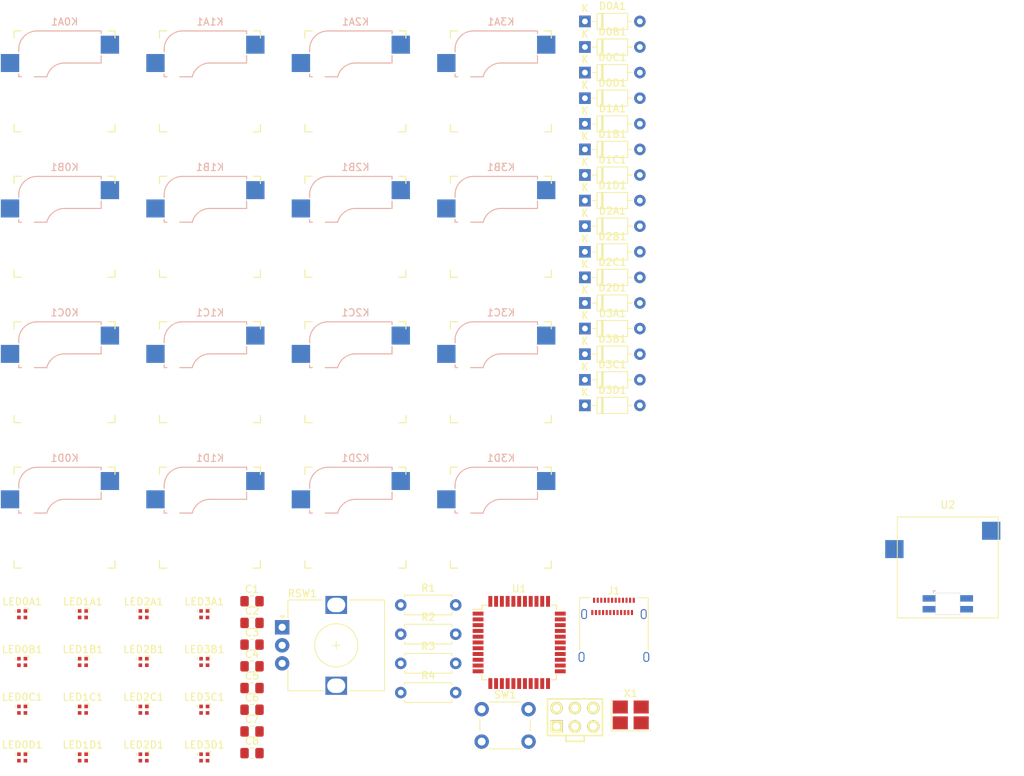
<source format=kicad_pcb>
(kicad_pcb (version 20221018) (generator pcbnew)
  (layers (0 "F.Cu" signal) (31 "B.Cu" signal) (34 "B.Paste" user) (35 "F.Paste" user) (36 "B.SilkS" user "B.Silkscreen") (37 "F.SilkS" user "F.Silkscreen") (38 "B.Mask" user) (39 "F.Mask" user) (44 "Edge.Cuts" user))
  (net 0 "")
  (net 1 "Net-(U1-XTAL1)")
  (net 2 "GND")
  (net 3 "Net-(U1-XTAL2)")
  (net 4 "VCC")
  (net 5 "Net-(U1-UCap)")
  (net 6 "/rowA")
  (net 7 "Net-(D0A1-A)")
  (net 8 "/rowB")
  (net 9 "Net-(D0B1-A)")
  (net 10 "/rowC")
  (net 11 "Net-(D0C1-A)")
  (net 12 "/rowD")
  (net 13 "Net-(D0D1-A)")
  (net 14 "Net-(D1A1-A)")
  (net 15 "Net-(D1B1-A)")
  (net 16 "Net-(D1C1-A)")
  (net 17 "Net-(D1D1-A)")
  (net 18 "Net-(D2A1-A)")
  (net 19 "Net-(D2B1-A)")
  (net 20 "Net-(D2C1-A)")
  (net 21 "Net-(D2D1-A)")
  (net 22 "Net-(D3A1-A)")
  (net 23 "Net-(D3B1-A)")
  (net 24 "Net-(D3C1-A)")
  (net 25 "Net-(D3D1-A)")
  (net 28 "Net-(J1-CC1)")
  (net 29 "Net-(U1-D+)")
  (net 30 "Net-(U1-D-)")
  (net 36 "Net-(J1-CC2)")
  (net 40 "/MISO")
  (net 41 "/SCK")
  (net 42 "/MOSI")
  (net 43 "/RESET")
  (net 44 "/col0")
  (net 45 "/col1")
  (net 46 "/col2")
  (net 47 "/col3")
  (net 48 "/led0")
  (net 49 "Net-(LED0A1-DOUT)")
  (net 50 "Net-(LED0B1-DIN)")
  (net 51 "Net-(LED0B1-DOUT)")
  (net 52 "Net-(LED0C1-DIN)")
  (net 53 "Net-(LED0C1-DOUT)")
  (net 54 "Net-(LED0D1-DIN)")
  (net 55 "Net-(LED0D1-DOUT)")
  (net 56 "Net-(LED1A1-DOUT)")
  (net 57 "Net-(LED1B1-DOUT)")
  (net 58 "Net-(LED1C1-DOUT)")
  (net 59 "Net-(LED1D1-DOUT)")
  (net 60 "Net-(LED2A1-DOUT)")
  (net 61 "Net-(LED2B1-DOUT)")
  (net 62 "Net-(LED2C1-DOUT)")
  (net 63 "Net-(LED2D1-DOUT)")
  (net 65 "Net-(U1-~{HWB{slash}PE2})")
  (net 66 "/rotA")
  (net 67 "/rotB")
  (footprint "Diode_THT:D_DO-35_SOD27_P7.62mm_Horizontal" (layer "F.Cu") (at 119.795 91.11)
    (fp_text reference "D3D1" (at 3.81 -2.12) (layer "F.SilkS"))
    (fp_text value "D")
    (fp_text user "K" (at 0 -1.8) (layer "F.SilkS"))
    (pad "1" thru_hole rect (at 0 0) (size 1.6 1.6) (drill 0.8) (layers "*.Cu" "*.Mask") (net 12 "/rowD"))
    (pad "2" thru_hole oval (at 7.62 0) (size 1.6 1.6) (drill 0.8) (layers "*.Cu" "*.Mask") (net 25 "Net-(D3D1-A)"))
  )
  (footprint "Connector_USB:USB_C_Receptacle_Amphenol_12401610E4-2A" (layer "F.Cu") (at 123.815 123.16)
    (fp_text reference "J1" (at 0 -6.36) (layer "F.SilkS"))
    (fp_text value "USB_C_Receptacle")
    (pad "" np_thru_hole circle (at -3.6 -4.36) (size 0.65 0.65) (drill 0.65) (layers "*.Cu" "*.Mask"))
    (pad "" np_thru_hole oval (at 3.6 -4.36) (size 0.95 0.65) (drill oval 0.95 0.65) (layers "*.Cu" "*.Mask"))
    (pad "A1" smd rect (at -2.75 -5.02) (size 0.3 0.7) (layers "F.Cu" "F.Paste" "F.Mask") (net 2 "GND"))
    (pad "A2" smd rect (at -2.25 -5.02) (size 0.3 0.7) (layers "F.Cu" "F.Paste" "F.Mask"))
    (pad "A3" smd rect (at -1.75 -5.02) (size 0.3 0.7) (layers "F.Cu" "F.Paste" "F.Mask"))
    (pad "A4" smd rect (at -1.25 -5.02) (size 0.3 0.7) (layers "F.Cu" "F.Paste" "F.Mask") (net 4 "VCC"))
    (pad "A5" smd rect (at -0.75 -5.02) (size 0.3 0.7) (layers "F.Cu" "F.Paste" "F.Mask") (net 28 "Net-(J1-CC1)"))
    (pad "A6" smd rect (at -0.25 -5.02) (size 0.3 0.7) (layers "F.Cu" "F.Paste" "F.Mask") (net 29 "Net-(U1-D+)"))
    (pad "A7" smd rect (at 0.25 -5.02) (size 0.3 0.7) (layers "F.Cu" "F.Paste" "F.Mask") (net 30 "Net-(U1-D-)"))
    (pad "A8" smd rect (at 0.75 -5.02) (size 0.3 0.7) (layers "F.Cu" "F.Paste" "F.Mask"))
    (pad "A9" smd rect (at 1.25 -5.02) (size 0.3 0.7) (layers "F.Cu" "F.Paste" "F.Mask") (net 4 "VCC"))
    (pad "A10" smd rect (at 1.75 -5.02) (size 0.3 0.7) (layers "F.Cu" "F.Paste" "F.Mask"))
    (pad "A11" smd rect (at 2.25 -5.02) (size 0.3 0.7) (layers "F.Cu" "F.Paste" "F.Mask"))
    (pad "A12" smd rect (at 2.75 -5.02) (size 0.3 0.7) (layers "F.Cu" "F.Paste" "F.Mask") (net 2 "GND"))
    (pad "B1" smd rect (at 2.5 -3.32) (size 0.3 0.7) (layers "F.Cu" "F.Paste" "F.Mask") (net 2 "GND"))
    (pad "B2" smd rect (at 2 -3.32) (size 0.3 0.7) (layers "F.Cu" "F.Paste" "F.Mask"))
    (pad "B3" smd rect (at 1.5 -3.32) (size 0.3 0.7) (layers "F.Cu" "F.Paste" "F.Mask"))
    (pad "B4" smd rect (at 1 -3.32) (size 0.3 0.7) (layers "F.Cu" "F.Paste" "F.Mask") (net 4 "VCC"))
    (pad "B5" smd rect (at 0.5 -3.32) (size 0.3 0.7) (layers "F.Cu" "F.Paste" "F.Mask") (net 36 "Net-(J1-CC2)"))
    (pad "B6" smd rect (at 0 -3.32) (size 0.3 0.7) (layers "F.Cu" "F.Paste" "F.Mask") (net 29 "Net-(U1-D+)"))
    (pad "B7" smd rect (at -0.5 -3.32) (size 0.3 0.7) (layers "F.Cu" "F.Paste" "F.Mask") (net 30 "Net-(U1-D-)"))
    (pad "B8" smd rect (at -1 -3.32) (size 0.3 0.7) (layers "F.Cu" "F.Paste" "F.Mask"))
    (pad "B9" smd rect (at -1.5 -3.32) (size 0.3 0.7) (layers "F.Cu" "F.Paste" "F.Mask") (net 4 "VCC"))
    (pad "B10" smd rect (at -2 -3.32) (size 0.3 0.7) (layers "F.Cu" "F.Paste" "F.Mask"))
    (pad "B11" smd rect (at -2.5 -3.32) (size 0.3 0.7) (layers "F.Cu" "F.Paste" "F.Mask"))
    (pad "B12" smd rect (at -3 -3.32) (size 0.3 0.7) (layers "F.Cu" "F.Paste" "F.Mask") (net 2 "GND"))
    (pad "S1" thru_hole oval (at -4.49 2.84) (size 0.8 1.4) (drill oval 0.5 1.1) (layers "*.Cu" "*.Mask") (net 2 "GND"))
    (pad "S1" thru_hole oval (at -4.13 -3.11) (size 0.8 1.4) (drill oval 0.5 1.1) (layers "*.Cu" "*.Mask") (net 2 "GND"))
    (pad "S1" thru_hole oval (at 4.13 -3.11) (size 0.8 1.4) (drill oval 0.5 1.1) (layers "*.Cu" "*.Mask") (net 2 "GND"))
    (pad "S1" thru_hole oval (at 4.49 2.84) (size 0.8 1.4) (drill oval 0.5 1.1) (layers "*.Cu" "*.Mask") (net 2 "GND"))
  )
  (footprint "LED_SMD:LED_SK6812_EC15_1.5x1.5mm" (layer "F.Cu") (at 41.75 133.315)
    (fp_text reference "LED0C1" (at 0 -1.75) (layer "F.SilkS"))
    (fp_text value "SK6812")
    (fp_text user "1" (at -0.925 -0.45) (layer "F.SilkS") (effects (font (size 0.3 0.3) (thickness 0.075))))
    (pad "1" smd rect (at -0.45 -0.45) (size 0.5 0.5) (layers "F.Cu" "F.Paste" "F.Mask") (net 2 "GND"))
    (pad "2" smd rect (at -0.45 0.45) (size 0.5 0.5) (layers "F.Cu" "F.Paste" "F.Mask") (net 52 "Net-(LED0C1-DIN)"))
    (pad "3" smd rect (at 0.45 0.45) (size 0.5 0.5) (layers "F.Cu" "F.Paste" "F.Mask") (net 4 "VCC"))
    (pad "4" smd rect (at 0.45 -0.45) (size 0.5 0.5) (layers "F.Cu" "F.Paste" "F.Mask") (net 53 "Net-(LED0C1-DOUT)"))
  )
  (footprint "LED_SMD:LED_SK6812_EC15_1.5x1.5mm" (layer "F.Cu") (at 67.01 126.695)
    (fp_text reference "LED3B1" (at 0 -1.75) (layer "F.SilkS"))
    (fp_text value "SK6812")
    (fp_text user "1" (at -0.925 -0.45) (layer "F.SilkS") (effects (font (size 0.3 0.3) (thickness 0.075))))
    (pad "1" smd rect (at -0.45 -0.45) (size 0.5 0.5) (layers "F.Cu" "F.Paste" "F.Mask") (net 2 "GND"))
    (pad "2" smd rect (at -0.45 0.45) (size 0.5 0.5) (layers "F.Cu" "F.Paste" "F.Mask") (net 61 "Net-(LED2B1-DOUT)"))
    (pad "3" smd rect (at 0.45 0.45) (size 0.5 0.5) (layers "F.Cu" "F.Paste" "F.Mask") (net 4 "VCC"))
    (pad "4" smd rect (at 0.45 -0.45) (size 0.5 0.5) (layers "F.Cu" "F.Paste" "F.Mask") (net 52 "Net-(LED0C1-DIN)"))
  )
  (footprint "Package_QFP:TQFP-44_10x10mm_P0.8mm" (layer "F.Cu") (at 110.675 123.99)
    (fp_text reference "U1" (at 0 -7.45) (layer "F.SilkS"))
    (fp_text value "ATMEGA32U4")
    (pad "1" smd rect (at -5.7 -4) (size 1.5 0.55) (layers "F.Cu" "F.Paste" "F.Mask"))
    (pad "2" smd rect (at -5.7 -3.2) (size 1.5 0.55) (layers "F.Cu" "F.Paste" "F.Mask") (net 4 "VCC"))
    (pad "3" smd rect (at -5.7 -2.4) (size 1.5 0.55) (layers "F.Cu" "F.Paste" "F.Mask") (net 30 "Net-(U1-D-)"))
    (pad "4" smd rect (at -5.7 -1.6) (size 1.5 0.55) (layers "F.Cu" "F.Paste" "F.Mask") (net 29 "Net-(U1-D+)"))
    (pad "5" smd rect (at -5.7 -0.8) (size 1.5 0.55) (layers "F.Cu" "F.Paste" "F.Mask") (net 2 "GND"))
    (pad "6" smd rect (at -5.7 0) (size 1.5 0.55) (layers "F.Cu" "F.Paste" "F.Mask") (net 5 "Net-(U1-UCap)"))
    (pad "7" smd rect (at -5.7 0.8) (size 1.5 0.55) (layers "F.Cu" "F.Paste" "F.Mask") (net 4 "VCC"))
    (pad "8" smd rect (at -5.7 1.6) (size 1.5 0.55) (layers "F.Cu" "F.Paste" "F.Mask"))
    (pad "9" smd rect (at -5.7 2.4) (size 1.5 0.55) (layers "F.Cu" "F.Paste" "F.Mask") (net 41 "/SCK"))
    (pad "10" smd rect (at -5.7 3.2) (size 1.5 0.55) (layers "F.Cu" "F.Paste" "F.Mask") (net 42 "/MOSI"))
    (pad "11" smd rect (at -5.7 4) (size 1.5 0.55) (layers "F.Cu" "F.Paste" "F.Mask") (net 40 "/MISO"))
    (pad "12" smd rect (at -4 5.7 90) (size 1.5 0.55) (layers "F.Cu" "F.Paste" "F.Mask"))
    (pad "13" smd rect (at -3.2 5.7 90) (size 1.5 0.55) (layers "F.Cu" "F.Paste" "F.Mask") (net 43 "/RESET"))
    (pad "14" smd rect (at -2.4 5.7 90) (size 1.5 0.55) (layers "F.Cu" "F.Paste" "F.Mask") (net 4 "VCC"))
    (pad "15" smd rect (at -1.6 5.7 90) (size 1.5 0.55) (layers "F.Cu" "F.Paste" "F.Mask") (net 2 "GND"))
    (pad "16" smd rect (at -0.8 5.7 90) (size 1.5 0.55) (layers "F.Cu" "F.Paste" "F.Mask") (net 1 "Net-(U1-XTAL1)"))
    (pad "17" smd rect (at 0 5.7 90) (size 1.5 0.55) (layers "F.Cu" "F.Paste" "F.Mask") (net 3 "Net-(U1-XTAL2)"))
    (pad "18" smd rect (at 0.8 5.7 90) (size 1.5 0.55) (layers "F.Cu" "F.Paste" "F.Mask"))
    (pad "19" smd rect (at 1.6 5.7 90) (size 1.5 0.55) (layers "F.Cu" "F.Paste" "F.Mask"))
    (pad "20" smd rect (at 2.4 5.7 90) (size 1.5 0.55) (layers "F.Cu" "F.Paste" "F.Mask"))
    (pad "21" smd rect (at 3.2 5.7 90) (size 1.5 0.55) (layers "F.Cu" "F.Paste" "F.Mask"))
    (pad "22" smd rect (at 4 5.7 90) (size 1.5 0.55) (layers "F.Cu" "F.Paste" "F.Mask"))
    (pad "23" smd rect (at 5.7 4) (size 1.5 0.55) (layers "F.Cu" "F.Paste" "F.Mask") (net 2 "GND"))
    (pad "24" smd rect (at 5.7 3.2) (size 1.5 0.55) (layers "F.Cu" "F.Paste" "F.Mask") (net 4 "VCC"))
    (pad "25" smd rect (at 5.7 2.4) (size 1.5 0.55) (layers "F.Cu" "F.Paste" "F.Mask"))
    (pad "26" smd rect (at 5.7 1.6) (size 1.5 0.55) (layers "F.Cu" "F.Paste" "F.Mask"))
    (pad "27" smd rect (at 5.7 0.8) (size 1.5 0.55) (layers "F.Cu" "F.Paste" "F.Mask"))
    (pad "28" smd rect (at 5.7 0) (size 1.5 0.55) (layers "F.Cu" "F.Paste" "F.Mask") (net 48 "/led0"))
    (pad "29" smd rect (at 5.7 -0.8) (size 1.5 0.55) (layers "F.Cu" "F.Paste" "F.Mask") (net 47 "/col3"))
    (pad "30" smd rect (at 5.7 -1.6) (size 1.5 0.55) (layers "F.Cu" "F.Paste" "F.Mask") (net 46 "/col2"))
    (pad "31" smd rect (at 5.7 -2.4) (size 1.5 0.55) (layers "F.Cu" "F.Paste" "F.Mask") (net 45 "/col1"))
    (pad "32" smd rect (at 5.7 -3.2) (size 1.5 0.55) (layers "F.Cu" "F.Paste" "F.Mask") (net 44 "/col0"))
    (pad "33" smd rect (at 5.7 -4) (size 1.5 0.55) (layers "F.Cu" "F.Paste" "F.Mask") (net 65 "Net-(U1-~{HWB{slash}PE2})"))
    (pad "34" smd rect (at 4 -5.7 90) (size 1.5 0.55) (layers "F.Cu" "F.Paste" "F.Mask") (net 4 "VCC"))
    (pad "35" smd rect (at 3.2 -5.7 90) (size 1.5 0.55) (layers "F.Cu" "F.Paste" "F.Mask") (net 2 "GND"))
    (pad "36" smd rect (at 2.4 -5.7 90) (size 1.5 0.55) (layers "F.Cu" "F.Paste" "F.Mask") (net 67 "/rotB"))
    (pad "37" smd rect (at 1.6 -5.7 90) (size 1.5 0.55) (layers "F.Cu" "F.Paste" "F.Mask") (net 66 "/rotA"))
    (pad "38" smd rect (at 0.8 -5.7 90) (size 1.5 0.55) (layers "F.Cu" "F.Paste" "F.Mask") (net 12 "/rowD"))
    (pad "39" smd rect (at 0 -5.7 90) (size 1.5 0.55) (layers "F.Cu" "F.Paste" "F.Mask") (net 10 "/rowC"))
    (pad "40" smd rect (at -0.8 -5.7 90) (size 1.5 0.55) (layers "F.Cu" "F.Paste" "F.Mask") (net 8 "/rowB"))
    (pad "41" smd rect (at -1.6 -5.7 90) (size 1.5 0.55) (layers "F.Cu" "F.Paste" "F.Mask") (net 6 "/rowA"))
    (pad "42" smd rect (at -2.4 -5.7 90) (size 1.5 0.55) (layers "F.Cu" "F.Paste" "F.Mask"))
    (pad "43" smd rect (at -3.2 -5.7 90) (size 1.5 0.55) (layers "F.Cu" "F.Paste" "F.Mask") (net 2 "GND"))
    (pad "44" smd rect (at -4 -5.7 90) (size 1.5 0.55) (layers "F.Cu" "F.Paste" "F.Mask") (net 4 "VCC"))
  )
  (footprint "Diode_THT:D_DO-35_SOD27_P7.62mm_Horizontal" (layer "F.Cu") (at 119.795 87.56)
    (fp_text reference "D3C1" (at 3.81 -2.12) (layer "F.SilkS"))
    (fp_text value "D")
    (fp_text user "K" (at 0 -1.8) (layer "F.SilkS"))
    (pad "1" thru_hole rect (at 0 0) (size 1.6 1.6) (drill 0.8) (layers "*.Cu" "*.Mask") (net 10 "/rowC"))
    (pad "2" thru_hole oval (at 7.62 0) (size 1.6 1.6) (drill 0.8) (layers "*.Cu" "*.Mask") (net 24 "Net-(D3C1-A)"))
  )
  (footprint "Diode_THT:D_DO-35_SOD27_P7.62mm_Horizontal" (layer "F.Cu") (at 119.795 80.46)
    (fp_text reference "D3A1" (at 3.81 -2.12) (layer "F.SilkS"))
    (fp_text value "D")
    (fp_text user "K" (at 0 -1.8) (layer "F.SilkS"))
    (pad "1" thru_hole rect (at 0 0) (size 1.6 1.6) (drill 0.8) (layers "*.Cu" "*.Mask") (net 6 "/rowA"))
    (pad "2" thru_hole oval (at 7.62 0) (size 1.6 1.6) (drill 0.8) (layers "*.Cu" "*.Mask") (net 22 "Net-(D3A1-A)"))
  )
  (footprint "LED_SMD:LED_SK6812_EC15_1.5x1.5mm" (layer "F.Cu") (at 58.59 133.315)
    (fp_text reference "LED2C1" (at 0 -1.75) (layer "F.SilkS"))
    (fp_text value "SK6812")
    (fp_text user "1" (at -0.925 -0.45) (layer "F.SilkS") (effects (font (size 0.3 0.3) (thickness 0.075))))
    (pad "1" smd rect (at -0.45 -0.45) (size 0.5 0.5) (layers "F.Cu" "F.Paste" "F.Mask") (net 2 "GND"))
    (pad "2" smd rect (at -0.45 0.45) (size 0.5 0.5) (layers "F.Cu" "F.Paste" "F.Mask") (net 58 "Net-(LED1C1-DOUT)"))
    (pad "3" smd rect (at 0.45 0.45) (size 0.5 0.5) (layers "F.Cu" "F.Paste" "F.Mask") (net 4 "VCC"))
    (pad "4" smd rect (at 0.45 -0.45) (size 0.5 0.5) (layers "F.Cu" "F.Paste" "F.Mask") (net 62 "Net-(LED2C1-DOUT)"))
  )
  (footprint "LED_SMD:LED_SK6812_EC15_1.5x1.5mm" (layer "F.Cu") (at 67.01 139.935)
    (fp_text reference "LED3D1" (at 0 -1.75) (layer "F.SilkS"))
    (fp_text value "SK6812")
    (fp_text user "1" (at -0.925 -0.45) (layer "F.SilkS") (effects (font (size 0.3 0.3) (thickness 0.075))))
    (pad "1" smd rect (at -0.45 -0.45) (size 0.5 0.5) (layers "F.Cu" "F.Paste" "F.Mask") (net 2 "GND"))
    (pad "2" smd rect (at -0.45 0.45) (size 0.5 0.5) (layers "F.Cu" "F.Paste" "F.Mask") (net 63 "Net-(LED2D1-DOUT)"))
    (pad "3" smd rect (at 0.45 0.45) (size 0.5 0.5) (layers "F.Cu" "F.Paste" "F.Mask") (net 4 "VCC"))
    (pad "4" smd rect (at 0.45 -0.45) (size 0.5 0.5) (layers "F.Cu" "F.Paste" "F.Mask"))
  )
  (footprint "Capacitor_SMD:C_0805_2012Metric_Pad1.18x1.45mm_HandSolder" (layer "F.Cu") (at 73.625 139.34)
    (fp_text reference "C8" (at 0 -1.68) (layer "F.SilkS"))
    (fp_text value "1u")
    (pad "1" smd roundrect (at -1.0375 0) (size 1.175 1.45) (layers "F.Cu" "F.Paste" "F.Mask") (roundrect_rratio 0.212766) (net 5 "Net-(U1-UCap)"))
    (pad "2" smd roundrect (at 1.0375 0) (size 1.175 1.45) (layers "F.Cu" "F.Paste" "F.Mask") (roundrect_rratio 0.212766) (net 2 "GND"))
  )
  (footprint "LED_SMD:LED_SK6812_EC15_1.5x1.5mm" (layer "F.Cu") (at 50.17 139.935)
    (fp_text reference "LED1D1" (at 0 -1.75) (layer "F.SilkS"))
    (fp_text value "SK6812")
    (fp_text user "1" (at -0.925 -0.45) (layer "F.SilkS") (effects (font (size 0.3 0.3) (thickness 0.075))))
    (pad "1" smd rect (at -0.45 -0.45) (size 0.5 0.5) (layers "F.Cu" "F.Paste" "F.Mask") (net 2 "GND"))
    (pad "2" smd rect (at -0.45 0.45) (size 0.5 0.5) (layers "F.Cu" "F.Paste" "F.Mask") (net 55 "Net-(LED0D1-DOUT)"))
    (pad "3" smd rect (at 0.45 0.45) (size 0.5 0.5) (layers "F.Cu" "F.Paste" "F.Mask") (net 4 "VCC"))
    (pad "4" smd rect (at 0.45 -0.45) (size 0.5 0.5) (layers "F.Cu" "F.Paste" "F.Mask") (net 59 "Net-(LED1D1-DOUT)"))
  )
  (footprint "Capacitor_SMD:C_0805_2012Metric_Pad1.18x1.45mm_HandSolder" (layer "F.Cu") (at 73.625 130.31)
    (fp_text reference "C5" (at 0 -1.68) (layer "F.SilkS"))
    (fp_text value "0.1u")
    (pad "1" smd roundrect (at -1.0375 0) (size 1.175 1.45) (layers "F.Cu" "F.Paste" "F.Mask") (roundrect_rratio 0.212766) (net 4 "VCC"))
    (pad "2" smd roundrect (at 1.0375 0) (size 1.175 1.45) (layers "F.Cu" "F.Paste" "F.Mask") (roundrect_rratio 0.212766) (net 2 "GND"))
  )
  (footprint "Resistor_THT:R_Axial_DIN0207_L6.3mm_D2.5mm_P7.62mm_Horizontal" (layer "F.Cu") (at 94.255 118.79)
    (fp_text reference "R1" (at 3.81 -2.37) (layer "F.SilkS"))
    (fp_text value "10k")
    (pad "1" thru_hole circle (at 0 0) (size 1.6 1.6) (drill 0.8) (layers "*.Cu" "*.Mask") (net 4 "VCC"))
    (pad "2" thru_hole oval (at 7.62 0) (size 1.6 1.6) (drill 0.8) (layers "*.Cu" "*.Mask") (net 43 "/RESET"))
  )
  (footprint "keyswitches.pretty-master:Kailh_socket_MX" (layer "F.Cu") (at 47.625 46.17)
    (fp_text reference "K0A1" (at 0 -8.255) (layer "B.SilkS") (effects (justify mirror)))
    (fp_text value "KEYSW")
    (pad "" np_thru_hole circle (at -5.08 0) (size 1.7018 1.7018) (drill 1.7018) (layers "*.Cu" "*.Mask"))
    (pad "" np_thru_hole circle (at -3.81 -2.54) (size 3 3) (drill 3) (layers "*.Cu" "*.Mask"))
    (pad "" np_thru_hole circle (at 0 0) (size 3.9878 3.9878) (drill 3.9878) (layers "*.Cu" "*.Mask"))
    (pad "" np_thru_hole circle (at 2.54 -5.08) (size 3 3) (drill 3) (layers "*.Cu" "*.Mask"))
    (pad "" np_thru_hole circle (at 5.08 0) (size 1.7018 1.7018) (drill 1.7018) (layers "*.Cu" "*.Mask"))
    (pad "1" smd rect (at 6.29 -5.08) (size 2.55 2.5) (layers "B.Cu" "B.Paste" "B.Mask") (net 44 "/col0"))
    (pad "2" smd rect (at -7.56 -2.54) (size 2.55 2.5) (layers "B.Cu" "B.Paste" "B.Mask") (net 7 "Net-(D0A1-A)"))
  )
  (footprint "keyswitches.pretty-master:Kailh_socket_MX" (layer "F.Cu") (at 87.965 66.34)
    (fp_text reference "K2B1" (at 0 -8.255) (layer "B.SilkS") (effects (justify mirror)))
    (fp_text value "KEYSW")
    (pad "" np_thru_hole circle (at -5.08 0) (size 1.7018 1.7018) (drill 1.7018) (layers "*.Cu" "*.Mask"))
    (pad "" np_thru_hole circle (at -3.81 -2.54) (size 3 3) (drill 3) (layers "*.Cu" "*.Mask"))
    (pad "" np_thru_hole circle (at 0 0) (size 3.9878 3.9878) (drill 3.9878) (layers "*.Cu" "*.Mask"))
    (pad "" np_thru_hole circle (at 2.54 -5.08) (size 3 3) (drill 3) (layers "*.Cu" "*.Mask"))
    (pad "" np_thru_hole circle (at 5.08 0) (size 1.7018 1.7018) (drill 1.7018) (layers "*.Cu" "*.Mask"))
    (pad "1" smd rect (at 6.29 -5.08) (size 2.55 2.5) (layers "B.Cu" "B.Paste" "B.Mask") (net 46 "/col2"))
    (pad "2" smd rect (at -7.56 -2.54) (size 2.55 2.5) (layers "B.Cu" "B.Paste" "B.Mask") (net 19 "Net-(D2B1-A)"))
  )
  (footprint "keyswitches.pretty-master:Kailh_socket_MX" (layer "F.Cu") (at 67.795 66.34)
    (fp_text reference "K1B1" (at 0 -8.255) (layer "B.SilkS") (effects (justify mirror)))
    (fp_text value "KEYSW")
    (pad "" np_thru_hole circle (at -5.08 0) (size 1.7018 1.7018) (drill 1.7018) (layers "*.Cu" "*.Mask"))
    (pad "" np_thru_hole circle (at -3.81 -2.54) (size 3 3) (drill 3) (layers "*.Cu" "*.Mask"))
    (pad "" np_thru_hole circle (at 0 0) (size 3.9878 3.9878) (drill 3.9878) (layers "*.Cu" "*.Mask"))
    (pad "" np_thru_hole circle (at 2.54 -5.08) (size 3 3) (drill 3) (layers "*.Cu" "*.Mask"))
    (pad "" np_thru_hole circle (at 5.08 0) (size 1.7018 1.7018) (drill 1.7018) (layers "*.Cu" "*.Mask"))
    (pad "1" smd rect (at 6.29 -5.08) (size 2.55 2.5) (layers "B.Cu" "B.Paste" "B.Mask") (net 45 "/col1"))
    (pad "2" smd rect (at -7.56 -2.54) (size 2.55 2.5) (layers "B.Cu" "B.Paste" "B.Mask") (net 15 "Net-(D1B1-A)"))
  )
  (footprint "keyswitches.pretty-master:Kailh_socket_MX" (layer "F.Cu") (at 67.795 106.68)
    (fp_text reference "K1D1" (at 0 -8.255) (layer "B.SilkS") (effects (justify mirror)))
    (fp_text value "KEYSW")
    (pad "" np_thru_hole circle (at -5.08 0) (size 1.7018 1.7018) (drill 1.7018) (layers "*.Cu" "*.Mask"))
    (pad "" np_thru_hole circle (at -3.81 -2.54) (size 3 3) (drill 3) (layers "*.Cu" "*.Mask"))
    (pad "" np_thru_hole circle (at 0 0) (size 3.9878 3.9878) (drill 3.9878) (layers "*.Cu" "*.Mask"))
    (pad "" np_thru_hole circle (at 2.54 -5.08) (size 3 3) (drill 3) (layers "*.Cu" "*.Mask"))
    (pad "" np_thru_hole circle (at 5.08 0) (size 1.7018 1.7018) (drill 1.7018) (layers "*.Cu" "*.Mask"))
    (pad "1" smd rect (at 6.29 -5.08) (size 2.55 2.5) (layers "B.Cu" "B.Paste" "B.Mask") (net 45 "/col1"))
    (pad "2" smd rect (at -7.56 -2.54) (size 2.55 2.5) (layers "B.Cu" "B.Paste" "B.Mask") (net 17 "Net-(D1D1-A)"))
  )
  (footprint "Diode_THT:D_DO-35_SOD27_P7.62mm_Horizontal" (layer "F.Cu") (at 119.795 73.36)
    (fp_text reference "D2C1" (at 3.81 -2.12) (layer "F.SilkS"))
    (fp_text value "D")
    (fp_text user "K" (at 0 -1.8) (layer "F.SilkS"))
    (pad "1" thru_hole rect (at 0 0) (size 1.6 1.6) (drill 0.8) (layers "*.Cu" "*.Mask") (net 10 "/rowC"))
    (pad "2" thru_hole oval (at 7.62 0) (size 1.6 1.6) (drill 0.8) (layers "*.Cu" "*.Mask") (net 20 "Net-(D2C1-A)"))
  )
  (footprint "Resistor_THT:R_Axial_DIN0207_L6.3mm_D2.5mm_P7.62mm_Horizontal" (layer "F.Cu") (at 94.255 130.94)
    (fp_text reference "R4" (at 3.81 -2.37) (layer "F.SilkS"))
    (fp_text value "5.1k")
    (pad "1" thru_hole circle (at 0 0) (size 1.6 1.6) (drill 0.8) (layers "*.Cu" "*.Mask") (net 36 "Net-(J1-CC2)"))
    (pad "2" thru_hole oval (at 7.62 0) (size 1.6 1.6) (drill 0.8) (layers "*.Cu" "*.Mask") (net 2 "GND"))
  )
  (footprint "Button_Switch_THT:SW_PUSH_6mm" (layer "F.Cu") (at 105.475 133.24)
    (fp_text reference "SW1" (at 3.25 -2) (layer "F.SilkS"))
    (fp_text value "SW_PUSH")
    (pad "1" thru_hole circle (at 0 0 90) (size 2 2) (drill 1.1) (layers "*.Cu" "*.Mask") (net 2 "GND"))
    (pad "1" thru_hole circle (at 6.5 0 90) (size 2 2) (drill 1.1) (layers "*.Cu" "*.Mask") (net 2 "GND"))
    (pad "2" thru_hole circle (at 0 4.5 90) (size 2 2) (drill 1.1) (layers "*.Cu" "*.Mask") (net 43 "/RESET"))
    (pad "2" thru_hole circle (at 6.5 4.5 90) (size 2 2) (drill 1.1) (layers "*.Cu" "*.Mask") (net 43 "/RESET"))
  )
  (footprint "LED_SMD:LED_SK6812_EC15_1.5x1.5mm" (layer "F.Cu") (at 58.59 139.935)
    (fp_text reference "LED2D1" (at 0 -1.75) (layer "F.SilkS"))
    (fp_text value "SK6812")
    (fp_text user "1" (at -0.925 -0.45) (layer "F.SilkS") (effects (font (size 0.3 0.3) (thickness 0.075))))
    (pad "1" smd rect (at -0.45 -0.45) (size 0.5 0.5) (layers "F.Cu" "F.Paste" "F.Mask") (net 2 "GND"))
    (pad "2" smd rect (at -0.45 0.45) (size 0.5 0.5) (layers "F.Cu" "F.Paste" "F.Mask") (net 59 "Net-(LED1D1-DOUT)"))
    (pad "3" smd rect (at 0.45 0.45) (size 0.5 0.5) (layers "F.Cu" "F.Paste" "F.Mask") (net 4 "VCC"))
    (pad "4" smd rect (at 0.45 -0.45) (size 0.5 0.5) (layers "F.Cu" "F.Paste" "F.Mask") (net 63 "Net-(LED2D1-DOUT)"))
  )
  (footprint "Capacitor_SMD:C_0805_2012Metric_Pad1.18x1.45mm_HandSolder" (layer "F.Cu") (at 73.625 118.27)
    (fp_text reference "C1" (at 0 -1.68) (layer "F.SilkS"))
    (fp_text value "22p")
    (pad "1" smd roundrect (at -1.0375 0) (size 1.175 1.45) (layers "F.Cu" "F.Paste" "F.Mask") (roundrect_rratio 0.212766) (net 1 "Net-(U1-XTAL1)"))
    (pad "2" smd roundrect (at 1.0375 0) (size 1.175 1.45) (layers "F.Cu" "F.Paste" "F.Mask") (roundrect_rratio 0.212766) (net 2 "GND"))
  )
  (footprint "keyswitches.pretty-master:Kailh_socket_MX" (layer "F.Cu") (at 108.135 86.51)
    (fp_text reference "K3C1" (at 0 -8.255) (layer "B.SilkS") (effects (justify mirror)))
    (fp_text value "KEYSW")
    (pad "" np_thru_hole circle (at -5.08 0) (size 1.7018 1.7018) (drill 1.7018) (layers "*.Cu" "*.Mask"))
    (pad "" np_thru_hole circle (at -3.81 -2.54) (size 3 3) (drill 3) (layers "*.Cu" "*.Mask"))
    (pad "" np_thru_hole circle (at 0 0) (size 3.9878 3.9878) (drill 3.9878) (layers "*.Cu" "*.Mask"))
    (pad "" np_thru_hole circle (at 2.54 -5.08) (size 3 3) (drill 3) (layers "*.Cu" "*.Mask"))
    (pad "" np_thru_hole circle (at 5.08 0) (size 1.7018 1.7018) (drill 1.7018) (layers "*.Cu" "*.Mask"))
    (pad "1" smd rect (at 6.29 -5.08) (size 2.55 2.5) (layers "B.Cu" "B.Paste" "B.Mask") (net 47 "/col3"))
    (pad "2" smd rect (at -7.56 -2.54) (size 2.55 2.5) (layers "B.Cu" "B.Paste" "B.Mask") (net 24 "Net-(D3C1-A)"))
  )
  (footprint "Capacitor_SMD:C_0805_2012Metric_Pad1.18x1.45mm_HandSolder" (layer "F.Cu") (at 73.625 127.3)
    (fp_text reference "C4" (at 0 -1.68) (layer "F.SilkS"))
    (fp_text value "0.1u")
    (pad "1" smd roundrect (at -1.0375 0) (size 1.175 1.45) (layers "F.Cu" "F.Paste" "F.Mask") (roundrect_rratio 0.212766) (net 4 "VCC"))
    (pad "2" smd roundrect (at 1.0375 0) (size 1.175 1.45) (layers "F.Cu" "F.Paste" "F.Mask") (roundrect_rratio 0.212766) (net 2 "GND"))
  )
  (footprint "Capacitor_SMD:C_0805_2012Metric_Pad1.18x1.45mm_HandSolder" (layer "F.Cu") (at 73.625 136.33)
    (fp_text reference "C7" (at 0 -1.68) (layer "F.SilkS"))
    (fp_text value "4.7u")
    (pad "1" smd roundrect (at -1.0375 0) (size 1.175 1.45) (layers "F.Cu" "F.Paste" "F.Mask") (roundrect_rratio 0.212766) (net 4 "VCC"))
    (pad "2" smd roundrect (at 1.0375 0) (size 1.175 1.45) (layers "F.Cu" "F.Paste" "F.Mask") (roundrect_rratio 0.212766) (net 2 "GND"))
  )
  (footprint "Resistor_THT:R_Axial_DIN0207_L6.3mm_D2.5mm_P7.62mm_Horizontal" (layer "F.Cu") (at 94.255 122.84)
    (fp_text reference "R2" (at 3.81 -2.37) (layer "F.SilkS"))
    (fp_text value "10k")
    (pad "1" thru_hole circle (at 0 0) (size 1.6 1.6) (drill 0.8) (layers "*.Cu" "*.Mask") (net 65 "Net-(U1-~{HWB{slash}PE2})"))
    (pad "2" thru_hole oval (at 7.62 0) (size 1.6 1.6) (drill 0.8) (layers "*.Cu" "*.Mask") (net 2 "GND"))
  )
  (footprint "LED_SMD:LED_SK6812_EC15_1.5x1.5mm" (layer "F.Cu") (at 58.59 120.075)
    (fp_text reference "LED2A1" (at 0 -1.75) (layer "F.SilkS"))
    (fp_text value "SK6812")
    (fp_text user "1" (at -0.925 -0.45) (layer "F.SilkS") (effects (font (size 0.3 0.3) (thickness 0.075))))
    (pad "1" smd rect (at -0.45 -0.45) (size 0.5 0.5) (layers "F.Cu" "F.Paste" "F.Mask") (net 2 "GND"))
    (pad "2" smd rect (at -0.45 0.45) (size 0.5 0.5) (layers "F.Cu" "F.Paste" "F.Mask") (net 56 "Net-(LED1A1-DOUT)"))
    (pad "3" smd rect (at 0.45 0.45) (size 0.5 0.5) (layers "F.Cu" "F.Paste" "F.Mask") (net 4 "VCC"))
    (pad "4" smd rect (at 0.45 -0.45) (size 0.5 0.5) (layers "F.Cu" "F.Paste" "F.Mask") (net 60 "Net-(LED2A1-DOUT)"))
  )
  (footprint "keyswitches.pretty-master:Kailh_socket_MX" (layer "F.Cu") (at 87.965 106.68)
    (fp_text reference "K2D1" (at 0 -8.255) (layer "B.SilkS") (effects (justify mirror)))
    (fp_text value "KEYSW")
    (pad "" np_thru_hole circle (at -5.08 0) (size 1.7018 1.7018) (drill 1.7018) (layers "*.Cu" "*.Mask"))
    (pad "" np_thru_hole circle (at -3.81 -2.54) (size 3 3) (drill 3) (layers "*.Cu" "*.Mask"))
    (pad "" np_thru_hole circle (at 0 0) (size 3.9878 3.9878) (drill 3.9878) (layers "*.Cu" "*.Mask"))
    (pad "" np_thru_hole circle (at 2.54 -5.08) (size 3 3) (drill 3) (layers "*.Cu" "*.Mask"))
    (pad "" np_thru_hole circle (at 5.08 0) (size 1.7018 1.7018) (drill 1.7018) (layers "*.Cu" "*.Mask"))
    (pad "1" smd rect (at 6.29 -5.08) (size 2.55 2.5) (layers "B.Cu" "B.Paste" "B.Mask") (net 46 "/col2"))
    (pad "2" smd rect (at -7.56 -2.54) (size 2.55 2.5) (layers "B.Cu" "B.Paste" "B.Mask") (net 21 "Net-(D2D1-A)"))
  )
  (footprint "keyswitches.pretty-master:Kailh_socket_MX" (layer "F.Cu") (at 67.795 46.17)
    (fp_text reference "K1A1" (at 0 -8.255) (layer "B.SilkS") (effects (justify mirror)))
    (fp_text value "KEYSW")
    (pad "" np_thru_hole circle (at -5.08 0) (size 1.7018 1.7018) (drill 1.7018) (layers "*.Cu" "*.Mask"))
    (pad "" np_thru_hole circle (at -3.81 -2.54) (size 3 3) (drill 3) (layers "*.Cu" "*.Mask"))
    (pad "" np_thru_hole circle (at 0 0) (size 3.9878 3.9878) (drill 3.9878) (layers "*.Cu" "*.Mask"))
    (pad "" np_thru_hole circle (at 2.54 -5.08) (size 3 3) (drill 3) (layers "*.Cu" "*.Mask"))
    (pad "" np_thru_hole circle (at 5.08 0) (size 1.7018 1.7018) (drill 1.7018) (layers "*.Cu" "*.Mask"))
    (pad "1" smd rect (at 6.29 -5.08) (size 2.55 2.5) (layers "B.Cu" "B.Paste" "B.Mask") (net 45 "/col1"))
    (pad "2" smd rect (at -7.56 -2.54) (size 2.55 2.5) (layers "B.Cu" "B.Paste" "B.Mask") (net 14 "Net-(D1A1-A)"))
  )
  (footprint "Capacitor_SMD:C_0805_2012Metric_Pad1.18x1.45mm_HandSolder" (layer "F.Cu") (at 73.625 133.32)
    (fp_text reference "C6" (at 0 -1.68) (layer "F.SilkS"))
    (fp_text value "0.1u")
    (pad "1" smd roundrect (at -1.0375 0) (size 1.175 1.45) (layers "F.Cu" "F.Paste" "F.Mask") (roundrect_rratio 0.212766) (net 4 "VCC"))
    (pad "2" smd roundrect (at 1.0375 0) (size 1.175 1.45) (layers "F.Cu" "F.Paste" "F.Mask") (roundrect_rratio 0.212766) (net 2 "GND"))
  )
  (footprint "keyswitches.pretty-master:Kailh_socket_MX" (layer "F.Cu") (at 47.625 86.51)
    (fp_text reference "K0C1" (at 0 -8.255) (layer "B.SilkS") (effects (justify mirror)))
    (fp_text value "KEYSW")
    (pad "" np_thru_hole circle (at -5.08 0) (size 1.7018 1.7018) (drill 1.7018) (layers "*.Cu" "*.Mask"))
    (pad "" np_thru_hole circle (at -3.81 -2.54) (size 3 3) (drill 3) (layers "*.Cu" "*.Mask"))
    (pad "" np_thru_hole circle (at 0 0) (size 3.9878 3.9878) (drill 3.9878) (layers "*.Cu" "*.Mask"))
    (pad "" np_thru_hole circle (at 2.54 -5.08) (size 3 3) (drill 3) (layers "*.Cu" "*.Mask"))
    (pad "" np_thru_hole circle (at 5.08 0) (size 1.7018 1.7018) (drill 1.7018) (layers "*.Cu" "*.Mask"))
    (pad "1" smd rect (at 6.29 -5.08) (size 2.55 2.5) (layers "B.Cu" "B.Paste" "B.Mask") (net 44 "/col0"))
    (pad "2" smd rect (at -7.56 -2.54) (size 2.55 2.5) (layers "B.Cu" "B.Paste" "B.Mask") (net 11 "Net-(D0C1-A)"))
  )
  (footprint "keyswitches.pretty-master:Kailh_socket_MX" (layer "F.Cu") (at 87.965 46.17)
    (fp_text reference "K2A1" (at 0 -8.255) (layer "B.SilkS") (effects (justify mirror)))
    (fp_text value "KEYSW")
    (pad "" np_thru_hole circle (at -5.08 0) (size 1.7018 1.7018) (drill 1.7018) (layers "*.Cu" "*.Mask"))
    (pad "" np_thru_hole circle (at -3.81 -2.54) (size 3 3) (drill 3) (layers "*.Cu" "*.Mask"))
    (pad "" np_thru_hole circle (at 0 0) (size 3.9878 3.9878) (drill 3.9878) (layers "*.Cu" "*.Mask"))
    (pad "" np_thru_hole circle (at 2.54 -5.08) (size 3 3) (drill 3) (layers "*.Cu" "*.Mask"))
    (pad "" np_thru_hole circle (at 5.08 0) (size 1.7018 1.7018) (drill 1.7018) (layers "*.Cu" "*.Mask"))
    (pad "1" smd rect (at 6.29 -5.08) (size 2.55 2.5) (layers "B.Cu" "B.Paste" "B.Mask") (net 46 "/col2"))
    (pad "2" smd rect (at -7.56 -2.54) (size 2.55 2.5) (layers "B.Cu" "B.Paste" "B.Mask") (net 18 "Net-(D2A1-A)"))
  )
  (footprint "Crystal:Crystal_SMD_SeikoEpson_FA238-4Pin_3.2x2.5mm_HandSoldering" (layer "F.Cu") (at 126.145 134.04)
    (fp_text reference "X1" (at 0 -3) (layer "F.SilkS"))
    (fp_text value "XTAL_GND")
    (pad "1" smd rect (at -1.45 1.1) (size 2.1 1.8) (layers "F.Cu" "F.Paste" "F.Mask") (net 1 "Net-(U1-XTAL1)"))
    (pad "2" smd rect (at 1.45 1.1) (size 2.1 1.8) (layers "F.Cu" "F.Paste" "F.Mask") (net 3 "Net-(U1-XTAL2)"))
    (pad "3" smd rect (at 1.45 -1.1) (size 2.1 1.8) (layers "F.Cu" "F.Paste" "F.Mask") (net 2 "GND"))
    (pad "4" smd rect (at -1.45 -1.1) (size 2.1 1.8) (layers "F.Cu" "F.Paste" "F.Mask"))
  )
  (footprint "Diode_THT:D_DO-35_SOD27_P7.62mm_Horizontal" (layer "F.Cu") (at 119.795 41.41)
    (fp_text reference "D0B1" (at 3.81 -2.12) (layer "F.SilkS"))
    (fp_text value "D")
    (fp_text user "K" (at 0 -1.8) (layer "F.SilkS"))
    (pad "1" thru_hole rect (at 0 0) (size 1.6 1.6) (drill 0.8) (layers "*.Cu" "*.Mask") (net 8 "/rowB"))
    (pad "2" thru_hole oval (at 7.62 0) (size 1.6 1.6) (drill 0.8) (layers "*.Cu" "*.Mask") (net 9 "Net-(D0B1-A)"))
  )
  (footprint "Diode_THT:D_DO-35_SOD27_P7.62mm_Horizontal" (layer "F.Cu") (at 119.795 76.91)
    (fp_text reference "D2D1" (at 3.81 -2.12) (layer "F.SilkS"))
    (fp_text value "D")
    (fp_text user "K" (at 0 -1.8) (layer "F.SilkS"))
    (pad "1" thru_hole rect (at 0 0) (size 1.6 1.6) (drill 0.8) (layers "*.Cu" "*.Mask") (net 12 "/rowD"))
    (pad "2" thru_hole oval (at 7.62 0) (size 1.6 1.6) (drill 0.8) (layers "*.Cu" "*.Mask") (net 21 "Net-(D2D1-A)"))
  )
  (footprint "LED_SMD:LED_SK6812_EC15_1.5x1.5mm" (layer "F.Cu") (at 41.75 126.695)
    (fp_text reference "LED0B1" (at 0 -1.75) (layer "F.SilkS"))
    (fp_text value "SK6812")
    (fp_text user "1" (at -0.925 -0.45) (layer "F.SilkS") (effects (font (size 0.3 0.3) (thickness 0.075))))
    (pad "1" smd rect (at -0.45 -0.45) (size 0.5 0.5) (layers "F.Cu" "F.Paste" "F.Mask") (net 2 "GND"))
    (pad "2" smd rect (at -0.45 0.45) (size 0.5 0.5) (layers "F.Cu" "F.Paste" "F.Mask") (net 50 "Net-(LED0B1-DIN)"))
    (pad "3" smd rect (at 0.45 0.45) (size 0.5 0.5) (layers "F.Cu" "F.Paste" "F.Mask") (net 4 "VCC"))
    (pad "4" smd rect (at 0.45 -0.45) (size 0.5 0.5) (layers "F.Cu" "F.Paste" "F.Mask") (net 51 "Net-(LED0B1-DOUT)"))
  )
  (footprint "LED_SMD:LED_SK6812_EC15_1.5x1.5mm" (layer "F.Cu") (at 41.75 120.075)
    (fp_text reference "LED0A1" (at 0 -1.75) (layer "F.SilkS"))
    (fp_text value "SK6812")
    (fp_text user "1" (at -0.925 -0.45) (layer "F.SilkS") (effects (font (size 0.3 0.3) (thickness 0.075))))
    (pad "1" smd rect (at -0.45 -0.45) (size 0.5 0.5) (layers "F.Cu" "F.Paste" "F.Mask") (net 2 "GND"))
    (pad "2" smd rect (at -0.45 0.45) (size 0.5 0.5) (layers "F.Cu" "F.Paste" "F.Mask") (net 48 "/led0"))
    (pad "3" smd rect (at 0.45 0.45) (size 0.5 0.5) (layers "F.Cu" "F.Paste" "F.Mask") (net 4 "VCC"))
    (pad "4" smd rect (at 0.45 -0.45) (size 0.5 0.5) (layers "F.Cu" "F.Paste" "F.Mask") (net 49 "Net-(LED0A1-DOUT)"))
  )
  (footprint "LED_SMD:LED_SK6812_EC15_1.5x1.5mm" (layer "F.Cu") (at 58.59 126.695)
    (fp_text reference "LED2B1" (at 0 -1.75) (layer "F.SilkS"))
    (fp_text value "SK6812")
    (fp_text user "1" (at -0.925 -0.45) (layer "F.SilkS") (effects (font (size 0.3 0.3) (thickness 0.075))))
    (pad "1" smd rect (at -0.45 -0.45) (size 0.5 0.5) (layers "F.Cu" "F.Paste" "F.Mask") (net 2 "GND"))
    (pad "2" smd rect (at -0.45 0.45) (size 0.5 0.5) (layers "F.Cu" "F.Paste" "F.Mask") (net 57 "Net-(LED1B1-DOUT)"))
    (pad "3" smd rect (at 0.45 0.45) (size 0.5 0.5) (layers "F.Cu" "F.Paste" "F.Mask") (net 4 "VCC"))
    (pad "4" smd rect (at 0.45 -0.45) (size 0.5 0.5) (layers "F.Cu" "F.Paste" "F.Mask") (net 61 "Net-(LED2B1-DOUT)"))
  )
  (footprint "keyswitches.pretty-master:Kailh_socket_MX" (layer "F.Cu") (at 67.795 86.51)
    (fp_text reference "K1C1" (at 0 -8.255) (layer "B.SilkS") (effects (justify mirror)))
    (fp_text value "KEYSW")
    (pad "" np_thru_hole circle (at -5.08 0) (size 1.7018 1.7018) (drill 1.7018) (layers "*.Cu" "*.Mask"))
    (pad "" np_thru_hole circle (at -3.81 -2.54) (size 3 3) (drill 3) (layers "*.Cu" "*.Mask"))
    (pad "" np_thru_hole circle (at 0 0) (size 3.9878 3.9878) (drill 3.9878) (layers "*.Cu" "*.Mask"))
    (pad "" np_thru_hole circle (at 2.54 -5.08) (size 3 3) (drill 3) (layers "*.Cu" "*.Mask"))
    (pad "" np_thru_hole circle (at 5.08 0) (size 1.7018 1.7018) (drill 1.7018) (layers "*.Cu" "*.Mask"))
    (pad "1" smd rect (at 6.29 -5.08) (size 2.55 2.5) (layers "B.Cu" "B.Paste" "B.Mask") (net 45 "/col1"))
    (pad "2" smd rect (at -7.56 -2.54) (size 2.55 2.5) (layers "B.Cu" "B.Paste" "B.Mask") (net 16 "Net-(D1C1-A)"))
  )
  (footprint "Diode_THT:D_DO-35_SOD27_P7.62mm_Horizontal" (layer "F.Cu") (at 119.795 62.71)
    (fp_text reference "D1D1" (at 3.81 -2.12) (layer "F.SilkS"))
    (fp_text value "D")
    (fp_text user "K" (at 0 -1.8) (layer "F.SilkS"))
    (pad "1" thru_hole rect (at 0 0) (size 1.6 1.6) (drill 0.8) (layers "*.Cu" "*.Mask") (net 12 "/rowD"))
    (pad "2" thru_hole oval (at 7.62 0) (size 1.6 1.6) (drill 0.8) (layers "*.Cu" "*.Mask") (net 17 "Net-(D1D1-A)"))
  )
  (footprint "keyboard_parts.pretty-master:AVR_ICSP_3x2" (layer "F.Cu") (at 118.4116 134.3566)
    (fp_text reference "J2" hide)
    (fp_text value "AVR-ISP-6" hide)
    (pad "1" thru_hole rect (at -2.54 1.27) (size 1.7 1.7) (drill 1.016) (layers "*.Cu" "*.Mask" "F.SilkS") (net 40 "/MISO"))
    (pad "2" thru_hole circle (at -2.54 -1.27) (size 1.7 1.7) (drill 1.016) (layers "*.Cu" "*.Mask" "F.SilkS") (net 4 "VCC"))
    (pad "3" thru_hole circle (at 0 1.27) (size 1.7 1.7) (drill 1.016) (layers "*.Cu" "*.Mask" "F.SilkS") (net 41 "/SCK"))
    (pad "4" thru_hole circle (at 0 -1.27) (size 1.7 1.7) (drill 1.016) (layers "*.Cu" "*.Mask" "F.SilkS") (net 42 "/MOSI"))
    (pad "5" thru_hole circle (at 2.54 1.27) (size 1.7 1.7) (drill 1.016) (layers "*.Cu" "*.Mask" "F.SilkS") (net 43 "/RESET"))
    (pad "6" thru_hole circle (at 2.54 -1.27) (size 1.7 1.7) (drill 1.016) (layers "*.Cu" "*.Mask" "F.SilkS") (net 2 "GND"))
  )
  (footprint "Diode_THT:D_DO-35_SOD27_P7.62mm_Horizontal" (layer "F.Cu") (at 119.795 69.81)
    (fp_text reference "D2B1" (at 3.81 -2.12) (layer "F.SilkS"))
    (fp_text value "D")
    (fp_text user "K" (at 0 -1.8) (layer "F.SilkS"))
    (pad "1" thru_hole rect (at 0 0) (size 1.6 1.6) (drill 0.8) (layers "*.Cu" "*.Mask") (net 8 "/rowB"))
    (pad "2" thru_hole oval (at 7.62 0) (size 1.6 1.6) (drill 0.8) (layers "*.Cu" "*.Mask") (net 19 "Net-(D2B1-A)"))
  )
  (footprint "Capacitor_SMD:C_0805_2012Metric_Pad1.18x1.45mm_HandSolder" (layer "F.Cu") (at 73.625 121.28)
    (fp_text reference "C2" (at 0 -1.68) (layer "F.SilkS"))
    (fp_text value "22p")
    (pad "1" smd roundrect (at -1.0375 0) (size 1.175 1.45) (layers "F.Cu" "F.Paste" "F.Mask") (roundrect_rratio 0.212766) (net 3 "Net-(U1-XTAL2)"))
    (pad "2" smd roundrect (at 1.0375 0) (size 1.175 1.45) (layers "F.Cu" "F.Paste" "F.Mask") (roundrect_rratio 0.212766) (net 2 "GND"))
  )
  (footprint "Resistor_THT:R_Axial_DIN0207_L6.3mm_D2.5mm_P7.62mm_Horizontal" (layer "F.Cu") (at 94.255 126.89)
    (fp_text reference "R3" (at 3.81 -2.37) (layer "F.SilkS"))
    (fp_text value "5.1k")
    (pad "1" thru_hole circle (at 0 0) (size 1.6 1.6) (drill 0.8) (layers "*.Cu" "*.Mask") (net 28 "Net-(J1-CC1)"))
    (pad "2" thru_hole oval (at 7.62 0) (size 1.6 1.6) (drill 0.8) (layers "*.Cu" "*.Mask") (net 2 "GND"))
  )
  (footprint "Diode_THT:D_DO-35_SOD27_P7.62mm_Horizontal" (layer "F.Cu") (at 119.795 37.86)
    (fp_text reference "D0A1" (at 3.81 -2.12) (layer "F.SilkS"))
    (fp_text value "D")
    (fp_text user "K" (at 0 -1.8) (layer "F.SilkS"))
    (pad "1" thru_hole rect (at 0 0) (size 1.6 1.6) (drill 0.8) (layers "*.Cu" "*.Mask") (net 6 "/rowA"))
    (pad "2" thru_hole oval (at 7.62 0) (size 1.6 1.6) (drill 0.8) (layers "*.Cu" "*.Mask") (net 7 "Net-(D0A1-A)"))
  )
  (footprint "Diode_THT:D_DO-35_SOD27_P7.62mm_Horizontal" (layer "F.Cu") (at 119.795 52.06)
    (fp_text reference "D1A1" (at 3.81 -2.12) (layer "F.SilkS"))
    (fp_text value "D")
    (fp_text user "K" (at 0 -1.8) (layer "F.SilkS"))
    (pad "1" thru_hole rect (at 0 0) (size 1.6 1.6) (drill 0.8) (layers "*.Cu" "*.Mask") (net 6 "/rowA"))
    (pad "2" thru_hole oval (at 7.62 0) (size 1.6 1.6) (drill 0.8) (layers "*.Cu" "*.Mask") (net 14 "Net-(D1A1-A)"))
  )
  (footprint "Diode_THT:D_DO-35_SOD27_P7.62mm_Horizontal" (layer "F.Cu") (at 119.795 48.51)
    (fp_text reference "D0D1" (at 3.81 -2.12) (layer "F.SilkS"))
    (fp_text value "D")
    (fp_text user "K" (at 0 -1.8) (layer "F.SilkS"))
    (pad "1" thru_hole rect (at 0 0) (size 1.6 1.6) (drill 0.8) (layers "*.Cu" "*.Mask") (net 12 "/rowD"))
    (pad "2" thru_hole oval (at 7.62 0) (size 1.6 1.6) (drill 0.8) (layers "*.Cu" "*.Mask") (net 13 "Net-(D0D1-A)"))
  )
  (footprint "keyswitches.pretty-master:Kailh_socket_MX" (layer "F.Cu") (at 87.965 86.51)
    (fp_text reference "K2C1" (at 0 -8.255) (layer "B.SilkS") (effects (justify mirror)))
    (fp_text value "KEYSW")
    (pad "" np_thru_hole circle (at -5.08 0) (size 1.7018 1.7018) (drill 1.7018) (layers "*.Cu" "*.Mask"))
    (pad "" np_thru_hole circle (at -3.81 -2.54) (size 3 3) (drill 3) (layers "*.Cu" "*.Mask"))
    (pad "" np_thru_hole circle (at 0 0) (size 3.9878 3.9878) (drill 3.9878) (layers "*.Cu" "*.Mask"))
    (pad "" np_thru_hole circle (at 2.54 -5.08) (size 3 3) (drill 3) (layers "*.Cu" "*.Mask"))
    (pad "" np_thru_hole circle (at 5.08 0) (size 1.7018 1.7018) (drill 1.7018) (layers "*.Cu" "*.Mask"))
    (pad "1" smd rect (at 6.29 -5.08) (size 2.55 2.5) (layers "B.Cu" "B.Paste" "B.Mask") (net 46 "/col2"))
    (pad "2" smd rect (at -7.56 -2.54) (size 2.55 2.5) (layers "B.Cu" "B.Paste" "B.Mask") (net 20 "Net-(D2C1-A)"))
  )
  (footprint "keyswitches.pretty-master:Kailh_socket_MX" (layer "F.Cu") (at 108.135 46.17)
    (fp_text reference "K3A1" (at 0 -8.255) (layer "B.SilkS") (effects (justify mirror)))
    (fp_text value "KEYSW")
    (pad "" np_thru_hole circle (at -5.08 0) (size 1.7018 1.7018) (drill 1.7018) (layers "*.Cu" "*.Mask"))
    (pad "" np_thru_hole circle (at -3.81 -2.54) (size 3 3) (drill 3) (layers "*.Cu" "*.Mask"))
    (pad "" np_thru_hole circle (at 0 0) (size 3.9878 3.9878) (drill 3.9878) (layers "*.Cu" "*.Mask"))
    (pad "" np_thru_hole circle (at 2.54 -5.08) (size 3 3) (drill 3) (layers "*.Cu" "*.Mask"))
    (pad "" np_thru_hole circle (at 5.08 0) (size 1.7018 1.7018) (drill 1.7018) (layers "*.Cu" "*.Mask"))
    (pad "1" smd rect (at 6.29 -5.08) (size 2.55 2.5) (layers "B.Cu" "B.Paste" "B.Mask") (net 47 "/col3"))
    (pad "2" smd rect (at -7.56 -2.54) (size 2.55 2.5) (layers "B.Cu" "B.Paste" "B.Mask") (net 22 "Net-(D3A1-A)"))
  )
  (footprint "LED_SMD:LED_SK6812_EC15_1.5x1.5mm" (layer "F.Cu") (at 41.75 139.935)
    (fp_text reference "LED0D1" (at 0 -1.75) (layer "F.SilkS"))
    (fp_text value "SK6812")
    (fp_text user "1" (at -0.925 -0.45) (layer "F.SilkS") (effects (font (size 0.3 0.3) (thickness 0.075))))
    (pad "1" smd rect (at -0.45 -0.45) (size 0.5 0.5) (layers "F.Cu" "F.Paste" "F.Mask") (net 2 "GND"))
    (pad "2" smd rect (at -0.45 0.45) (size 0.5 0.5) (layers "F.Cu" "F.Paste" "F.Mask") (net 54 "Net-(LED0D1-DIN)"))
    (pad "3" smd rect (at 0.45 0.45) (size 0.5 0.5) (layers "F.Cu" "F.Paste" "F.Mask") (net 4 "VCC"))
    (pad "4" smd rect (at 0.45 -0.45) (size 0.5 0.5) (layers "F.Cu" "F.Paste" "F.Mask") (net 55 "Net-(LED0D1-DOUT)"))
  )
  (footprint "LED_SMD:LED_SK6812_EC15_1.5x1.5mm" (layer "F.Cu") (at 50.17 120.075)
    (fp_text reference "LED1A1" (at 0 -1.75) (layer "F.SilkS"))
    (fp_text value "SK6812")
    (fp_text user "1" (at -0.925 -0.45) (layer "F.SilkS") (effects (font (size 0.3 0.3) (thickness 0.075))))
    (pad "1" smd rect (at -0.45 -0.45) (size 0.5 0.5) (layers "F.Cu" "F.Paste" "F.Mask") (net 2 "GND"))
    (pad "2" smd rect (at -0.45 0.45) (size 0.5 0.5) (layers "F.Cu" "F.Paste" "F.Mask") (net 49 "Net-(LED0A1-DOUT)"))
    (pad "3" smd rect (at 0.45 0.45) (size 0.5 0.5) (layers "F.Cu" "F.Paste" "F.Mask") (net 4 "VCC"))
    (pad "4" smd rect (at 0.45 -0.45) (size 0.5 0.5) (layers "F.Cu" "F.Paste" "F.Mask") (net 56 "Net-(LED1A1-DOUT)"))
  )
  (footprint "Diode_THT:D_DO-35_SOD27_P7.62mm_Horizontal" (layer "F.Cu") (at 119.795 55.61)
    (fp_text reference "D1B1" (at 3.81 -2.12) (layer "F.SilkS"))
    (fp_text value "D")
    (fp_text user "K" (at 0 -1.8) (layer "F.SilkS"))
    (pad "1" thru_hole rect (at 0 0) (size 1.6 1.6) (drill 0.8) (layers "*.Cu" "*.Mask") (net 8 "/rowB"))
    (pad "2" thru_hole oval (at 7.62 0) (size 1.6 1.6) (drill 0.8) (layers "*.Cu" "*.Mask") (net 15 "Net-(D1B1-A)"))
  )
  (footprint "LED_SMD:LED_SK6812_EC15_1.5x1.5mm" (layer "F.Cu") (at 67.01 120.075)
    (fp_text reference "LED3A1" (at 0 -1.75) (layer "F.SilkS"))
    (fp_text value "SK6812")
    (fp_text user "1" (at -0.925 -0.45) (layer "F.SilkS") (effects (font (size 0.3 0.3) (thickness 0.075))))
    (pad "1" smd rect (at -0.45 -0.45) (size 0.5 0.5) (layers "F.Cu" "F.Paste" "F.Mask") (net 2 "GND"))
    (pad "2" smd rect (at -0.45 0.45) (size 0.5 0.5) (layers "F.Cu" "F.Paste" "F.Mask") (net 60 "Net-(LED2A1-DOUT)"))
    (pad "3" smd rect (at 0.45 0.45) (size 0.5 0.5) (layers "F.Cu" "F.Paste" "F.Mask") (net 4 "VCC"))
    (pad "4" smd rect (at 0.45 -0.45) (size 0.5 0.5) (layers "F.Cu" "F.Paste" "F.Mask") (net 50 "Net-(LED0B1-DIN)"))
  )
  (footprint "Diode_THT:D_DO-35_SOD27_P7.62mm_Horizontal" (layer "F.Cu") (at 119.795 66.26)
    (fp_text reference "D2A1" (at 3.81 -2.12) (layer "F.SilkS"))
    (fp_text value "D")
    (fp_text user "K" (at 0 -1.8) (layer "F.SilkS"))
    (pad "1" thru_hole rect (at 0 0) (size 1.6 1.6) (drill 0.8) (layers "*.Cu" "*.Mask") (net 6 "/rowA"))
    (pad "2" thru_hole oval (at 7.62 0) (size 1.6 1.6) (drill 0.8) (layers "*.Cu" "*.Mask") (net 18 "Net-(D2A1-A)"))
  )
  (footprint "LED_SMD:LED_SK6812_EC15_1.5x1.5mm" (layer "F.Cu") (at 67.01 133.315)
    (fp_text reference "LED3C1" (at 0 -1.75) (layer "F.SilkS"))
    (fp_text value "SK6812")
    (fp_text user "1" (at -0.925 -0.45) (layer "F.SilkS") (effects (font (size 0.3 0.3) (thickness 0.075))))
    (pad "1" smd rect (at -0.45 -0.45) (size 0.5 0.5) (layers "F.Cu" "F.Paste" "F.Mask") (net 2 "GND"))
    (pad "2" smd rect (at -0.45 0.45) (size 0.5 0.5) (layers "F.Cu" "F.Paste" "F.Mask") (net 62 "Net-(LED2C1-DOUT)"))
    (pad "3" smd rect (at 0.45 0.45) (size 0.5 0.5) (layers "F.Cu" "F.Paste" "F.Mask") (net 4 "VCC"))
    (pad "4" smd rect (at 0.45 -0.45) (size 0.5 0.5) (layers "F.Cu" "F.Paste" "F.Mask") (net 54 "Net-(LED0D1-DIN)"))
  )
  (footprint "keyswitches.pretty-master:Kailh_socket_MX" (layer "F.Cu") (at 108.135 106.68)
    (fp_text reference "K3D1" (at 0 -8.255) (layer "B.SilkS") (effects (justify mirror)))
    (fp_text value "KEYSW")
    (pad "" np_thru_hole circle (at -5.08 0) (size 1.7018 1.7018) (drill 1.7018) (layers "*.Cu" "*.Mask"))
    (pad "" np_thru_hole circle (at -3.81 -2.54) (size 3 3) (drill 3) (layers "*.Cu" "*.Mask"))
    (pad "" np_thru_hole circle (at 0 0) (size 3.9878 3.9878) (drill 3.9878) (layers "*.Cu" "*.Mask"))
    (pad "" np_thru_hole circle (at 2.54 -5.08) (size 3 3) (drill 3) (layers "*.Cu" "*.Mask"))
    (pad "" np_thru_hole circle (at 5.08 0) (size 1.7018 1.7018) (drill 1.7018) (layers "*.Cu" "*.Mask"))
    (pad "1" smd rect (at 6.29 -5.08) (size 2.55 2.5) (layers "B.Cu" "B.Paste" "B.Mask") (net 47 "/col3"))
    (pad "2" smd rect (at -7.56 -2.54) (size 2.55 2.5) (layers "B.Cu" "B.Paste" "B.Mask") (net 25 "Net-(D3D1-A)"))
  )
  (footprint "keyswitches.pretty-master:Kailh_socket_MX" (layer "F.Cu") (at 47.625 106.68)
    (fp_text reference "K0D1" (at 0 -8.255) (layer "B.SilkS") (effects (justify mirror)))
    (fp_text value "KEYSW")
    (pad "" np_thru_hole circle (at -5.08 0) (size 1.7018 1.7018) (drill 1.7018) (layers "*.Cu" "*.Mask"))
    (pad "" np_thru_hole circle (at -3.81 -2.54) (size 3 3) (drill 3) (layers "*.Cu" "*.Mask"))
    (pad "" np_thru_hole circle (at 0 0) (size 3.9878 3.9878) (drill 3.9878) (layers "*.Cu" "*.Mask"))
    (pad "" np_thru_hole circle (at 2.54 -5.08) (size 3 3) (drill 3) (layers "*.Cu" "*.Mask"))
    (pad "" np_thru_hole circle (at 5.08 0) (size 1.7018 1.7018) (drill 1.7018) (layers "*.Cu" "*.Mask"))
    (pad "1" smd rect (at 6.29 -5.08) (size 2.55 2.5) (layers "B.Cu" "B.Paste" "B.Mask") (net 44 "/col0"))
    (pad "2" smd rect (at -7.56 -2.54) (size 2.55 2.5) (layers "B.Cu" "B.Paste" "B.Mask") (net 13 "Net-(D0D1-A)"))
  )
  (footprint "keyswitches.pretty-master:Kailh_socket_MX" (layer "F.Cu") (at 108.135 66.34)
    (fp_text reference "K3B1" (at 0 -8.255) (layer "B.SilkS") (effects (justify mirror)))
    (fp_text value "KEYSW")
    (pad "" np_thru_hole circle (at -5.08 0) (size 1.7018 1.7018) (drill 1.7018) (layers "*.Cu" "*.Mask"))
    (pad "" np_thru_hole circle (at -3.81 -2.54) (size 3 3) (drill 3) (layers "*.Cu" "*.Mask"))
    (pad "" np_thru_hole circle (at 0 0) (size 3.9878 3.9878) (drill 3.9878) (layers "*.Cu" "*.Mask"))
    (pad "" np_thru_hole circle (at 2.54 -5.08) (size 3 3) (drill 3) (layers "*.Cu" "*.Mask"))
    (pad "" np_thru_hole circle (at 5.08 0) (size 1.7018 1.7018) (drill 1.7018) (layers "*.Cu" "*.Mask"))
    (pad "1" smd rect (at 6.29 -5.08) (size 2.55 2.5) (layers "B.Cu" "B.Paste" "B.Mask") (net 47 "/col3"))
    (pad "2" smd rect (at -7.56 -2.54) (size 2.55 2.5) (layers "B.Cu" "B.Paste" "B.Mask") (net 23 "Net-(D3B1-A)"))
  )
  (footprint "LED_SMD:LED_SK6812_EC15_1.5x1.5mm" (layer "F.Cu") (at 50.17 133.315)
    (fp_text reference "LED1C1" (at 0 -1.75) (layer "F.SilkS"))
    (fp_text value "SK6812")
    (fp_text user "1" (at -0.925 -0.45) (layer "F.SilkS") (effects (font (size 0.3 0.3) (thickness 0.075))))
    (pad "1" smd rect (at -0.45 -0.45) (size 0.5 0.5) (layers "F.Cu" "F.Paste" "F.Mask") (net 2 "GND"))
    (pad "2" smd rect (at -0.45 0.45) (size 0.5 0.5) (layers "F.Cu" "F.Paste" "F.Mask") (net 53 "Net-(LED0C1-DOUT)"))
    (pad "3" smd rect (at 0.45 0.45) (size 0.5 0.5) (layers "F.Cu" "F.Paste" "F.Mask") (net 4 "VCC"))
    (pad "4" smd rect (at 0.45 -0.45) (size 0.5 0.5) (layers "F.Cu" "F.Paste" "F.Mask") (net 58 "Net-(LED1C1-DOUT)"))
  )
  (footprint "Capacitor_SMD:C_0805_2012Metric_Pad1.18x1.45mm_HandSolder" (layer "F.Cu") (at 73.625 124.29)
    (fp_text reference "C3" (at 0 -1.68) (layer "F.SilkS"))
    (fp_text value "0.1u")
    (pad "1" smd roundrect (at -1.0375 0) (size 1.175 1.45) (layers "F.Cu" "F.Paste" "F.Mask") (roundrect_rratio 0.212766) (net 4 "VCC"))
    (pad "2" smd roundrect (at 1.0375 0) (size 1.175 1.45) (layers "F.Cu" "F.Paste" "F.Mask") (roundrect_rratio 0.212766) (net 2 "GND"))
  )
  (footprint "Rotary_Encoder:RotaryEncoder_Alps_EC12E_Vertical_H20mm" (layer "F.Cu") (at 77.805 121.89)
    (fp_text reference "RSW1" (at 2.8 -4.7) (layer "F.SilkS"))
    (fp_text value "RotaryEncoder_Switch")
    (pad "A" thru_hole rect (at 0 0) (size 2 2) (drill 1) (layers "*.Cu" "*.Mask") (net 66 "/rotA"))
    (pad "B" thru_hole circle (at 0 5) (size 2 2) (drill 1) (layers "*.Cu" "*.Mask") (net 67 "/rotB"))
    (pad "C" thru_hole circle (at 0 2.5) (size 2 2) (drill 1) (layers "*.Cu" "*.Mask") (net 2 "GND"))
    (pad "MP" thru_hole rect (at 7.5 -3.1) (size 3 2.5) (drill oval 2.5 2) (layers "*.Cu" "*.Mask"))
    (pad "MP" thru_hole rect (at 7.5 8.1) (size 3 2.5) (drill oval 2.5 2) (layers "*.Cu" "*.Mask"))
  )
  (footprint "Diode_THT:D_DO-35_SOD27_P7.62mm_Horizontal" (layer "F.Cu") (at 119.795 84.01)
    (fp_text reference "D3B1" (at 3.81 -2.12) (layer "F.SilkS"))
    (fp_text value "D")
    (fp_text user "K" (at 0 -1.8) (layer "F.SilkS"))
    (pad "1" thru_hole rect (at 0 0) (size 1.6 1.6) (drill 0.8) (layers "*.Cu" "*.Mask") (net 8 "/rowB"))
    (pad "2" thru_hole oval (at 7.62 0) (size 1.6 1.6) (drill 0.8) (layers "*.Cu" "*.Mask") (net 23 "Net-(D3B1-A)"))
  )
  (footprint "CherryMX_KailhSocket_LTST-A683CEGBW:CherryMX_1.00u_KailhSocket_LTST-A683CEGBW" (layer "F.Cu") (at 170.12 113.58)
    (fp_text reference "U2" (at 0 -8.6625) (layer "F.SilkS"))
    (fp_text value "CherryMX_LTST-A683CEGBW")
    (fp_line (start -1.7 3.55) (end 1.7 3.55) (stroke (width 0.05)) (layer "Edge.Cuts"))
    (fp_line (start -1.7 6.55) (end -1.7 3.55) (stroke (width 0.05)) (layer "Edge.Cuts"))
    (fp_line (start 1.7 3.55) (end 1.7 6.55) (stroke (width 0.05)) (layer "Edge.Cuts"))
    (fp_line (start 1.7 6.55) (end -1.7 6.55) (stroke (width 0.05)) (layer "Edge.Cuts"))
    (pad "" np_thru_hole circle (at -3.81 -2.54) (size 3 3) (drill 3) (layers "*.Cu" "*.Mask"))
    (pad "" np_thru_hole circle (at 0 0) (size 4 4) (drill 4) (layers "*.Cu" "*.Mask"))
    (pad "" np_thru_hole circle (at 2.54 -5.08) (size 3 3) (drill 3) (layers "*.Cu" "*.Mask"))
    (pad "1" smd rect (at -7.41 -2.54) (size 2.55 2.5) (layers "B.Cu" "B.Paste" "B.Mask"))
    (pad "2" smd rect (at 6.015 -5.08) (size 2.55 2.5) (layers "B.Cu" "B.Paste" "B.Mask"))
    (pad "3" smd rect (at -2.6 4.3) (size 1.8 0.9) (layers "B.Cu" "B.Paste" "B.Mask"))
    (pad "4" smd rect (at -2.6 5.8) (size 1.8 0.9) (layers "B.Cu" "B.Paste" "B.Mask"))
    (pad "5" smd rect (at 2.6 4.3) (size 1.8 0.9) (layers "B.Cu" "B.Paste" "B.Mask"))
    (pad "6" smd rect (at 2.6 5.8) (size 1.8 0.9) (layers "B.Cu" "B.Paste" "B.Mask"))
  )
  (footprint "Diode_THT:D_DO-35_SOD27_P7.62mm_Horizontal" (layer "F.Cu") (at 119.795 59.16)
    (fp_text reference "D1C1" (at 3.81 -2.12) (layer "F.SilkS"))
    (fp_text value "D")
    (fp_text user "K" (at 0 -1.8) (layer "F.SilkS"))
    (pad "1" thru_hole rect (at 0 0) (size 1.6 1.6) (drill 0.8) (layers "*.Cu" "*.Mask") (net 10 "/rowC"))
    (pad "2" thru_hole oval (at 7.62 0) (size 1.6 1.6) (drill 0.8) (layers "*.Cu" "*.Mask") (net 16 "Net-(D1C1-A)"))
  )
  (footprint "LED_SMD:LED_SK6812_EC15_1.5x1.5mm" (layer "F.Cu") (at 50.17 126.695)
    (fp_text reference "LED1B1" (at 0 -1.75) (layer "F.SilkS"))
    (fp_text value "SK6812")
    (fp_text user "1" (at -0.925 -0.45) (layer "F.SilkS") (effects (font (size 0.3 0.3) (thickness 0.075))))
    (pad "1" smd rect (at -0.45 -0.45) (size 0.5 0.5) (layers "F.Cu" "F.Paste" "F.Mask") (net 2 "GND"))
    (pad "2" smd rect (at -0.45 0.45) (size 0.5 0.5) (layers "F.Cu" "F.Paste" "F.Mask") (net 51 "Net-(LED0B1-DOUT)"))
    (pad "3" smd rect (at 0.45 0.45) (size 0.5 0.5) (layers "F.Cu" "F.Paste" "F.Mask") (net 4 "VCC"))
    (pad "4" smd rect (at 0.45 -0.45) (size 0.5 0.5) (layers "F.Cu" "F.Paste" "F.Mask") (net 57 "Net-(LED1B1-DOUT)"))
  )
  (footprint "keyswitches.pretty-master:Kailh_socket_MX" (layer "F.Cu") (at 47.625 66.34)
    (fp_text reference "K0B1" (at 0 -8.255) (layer "B.SilkS") (effects (justify mirror)))
    (fp_text value "KEYSW")
    (pad "" np_thru_hole circle (at -5.08 0) (size 1.7018 1.7018) (drill 1.7018) (layers "*.Cu" "*.Mask"))
    (pad "" np_thru_hole circle (at -3.81 -2.54) (size 3 3) (drill 3) (layers "*.Cu" "*.Mask"))
    (pad "" np_thru_hole circle (at 0 0) (size 3.9878 3.9878) (drill 3.9878) (layers "*.Cu" "*.Mask"))
    (pad "" np_thru_hole circle (at 2.54 -5.08) (size 3 3) (drill 3) (layers "*.Cu" "*.Mask"))
    (pad "" np_thru_hole circle (at 5.08 0) (size 1.7018 1.7018) (drill 1.7018) (layers "*.Cu" "*.Mask"))
    (pad "1" smd rect (at 6.29 -5.08) (size 2.55 2.5) (layers "B.Cu" "B.Paste" "B.Mask") (net 44 "/col0"))
    (pad "2" smd rect (at -7.56 -2.54) (size 2.55 2.5) (layers "B.Cu" "B.Paste" "B.Mask") (net 9 "Net-(D0B1-A)"))
  )
  (footprint "Diode_THT:D_DO-35_SOD27_P7.62mm_Horizontal" (layer "F.Cu") (at 119.795 44.96)
    (fp_text reference "D0C1" (at 3.81 -2.12) (layer "F.SilkS"))
    (fp_text value "D")
    (fp_text user "K" (at 0 -1.8) (layer "F.SilkS"))
    (pad "1" thru_hole rect (at 0 0) (size 1.6 1.6) (drill 0.8) (layers "*.Cu" "*.Mask") (net 10 "/rowC"))
    (pad "2" thru_hole oval (at 7.62 0) (size 1.6 1.6) (drill 0.8) (layers "*.Cu" "*.Mask") (net 11 "Net-(D0C1-A)"))
  )
)
</source>
